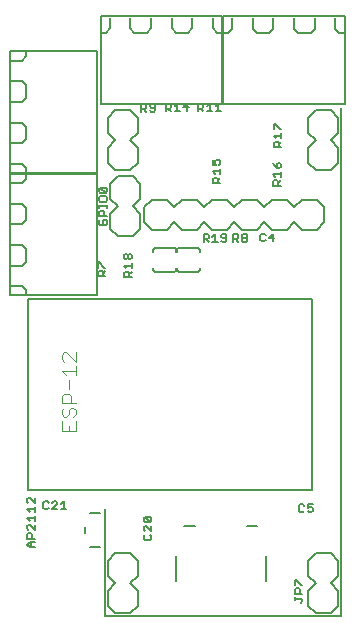
<source format=gto>
G75*
%MOIN*%
%OFA0B0*%
%FSLAX24Y24*%
%IPPOS*%
%LPD*%
%AMOC8*
5,1,8,0,0,1.08239X$1,22.5*
%
%ADD10C,0.0080*%
%ADD11C,0.0060*%
%ADD12C,0.0050*%
%ADD13C,0.0040*%
D10*
X002801Y003634D02*
X002801Y003846D01*
X002951Y004300D02*
X003289Y004300D01*
X003461Y004421D02*
X003461Y000877D01*
X011335Y000877D01*
X011335Y017806D01*
X011448Y017941D02*
X011448Y020855D01*
X007392Y020855D01*
X007392Y017941D01*
X011448Y017941D01*
X010995Y017732D02*
X011245Y017482D01*
X011245Y016982D01*
X010995Y016732D01*
X011245Y016482D01*
X011245Y015982D01*
X010995Y015732D01*
X010495Y015732D01*
X010245Y015982D01*
X010245Y016482D01*
X010495Y016732D01*
X010245Y016982D01*
X010245Y017482D01*
X010495Y017732D01*
X010995Y017732D01*
X011280Y020313D02*
X011142Y020451D01*
X011142Y020796D01*
X011280Y020313D02*
X011418Y020313D01*
X010453Y020451D02*
X010316Y020313D01*
X009902Y020313D01*
X009764Y020451D01*
X009764Y020796D01*
X009076Y020796D02*
X009076Y020451D01*
X008938Y020313D01*
X008524Y020313D01*
X008387Y020451D01*
X008387Y020796D01*
X007698Y020796D02*
X007698Y020451D01*
X007560Y020313D01*
X007422Y020313D01*
X007340Y020316D02*
X007202Y020316D01*
X007065Y020454D01*
X007065Y020799D01*
X007370Y020858D02*
X007370Y017944D01*
X003315Y017944D01*
X003315Y020858D01*
X007370Y020858D01*
X006376Y020799D02*
X006376Y020454D01*
X006238Y020316D01*
X005824Y020316D01*
X005687Y020454D01*
X005687Y020799D01*
X004998Y020799D02*
X004998Y020454D01*
X004860Y020316D01*
X004447Y020316D01*
X004309Y020454D01*
X004309Y020799D01*
X003620Y020799D02*
X003620Y020454D01*
X003482Y020316D01*
X003344Y020316D01*
X003199Y019688D02*
X000285Y019688D01*
X000285Y015632D01*
X003199Y015632D01*
X003199Y019688D01*
X003802Y017732D02*
X004302Y017732D01*
X004552Y017482D01*
X004552Y016982D01*
X004302Y016732D01*
X004552Y016482D01*
X004552Y015982D01*
X004302Y015732D01*
X003802Y015732D01*
X003552Y015982D01*
X003552Y016482D01*
X003802Y016732D01*
X003552Y016982D01*
X003552Y017482D01*
X003802Y017732D01*
X003199Y015608D02*
X000285Y015608D01*
X000285Y011552D01*
X003199Y011552D01*
X003199Y015608D01*
X003640Y015270D02*
X003640Y014770D01*
X003890Y014520D01*
X003640Y014270D01*
X003640Y013770D01*
X003890Y013520D01*
X004390Y013520D01*
X004640Y013770D01*
X004640Y014270D01*
X004390Y014520D01*
X004640Y014770D01*
X004640Y015270D01*
X004390Y015520D01*
X003890Y015520D01*
X003640Y015270D01*
X005145Y013134D02*
X005775Y013134D01*
X005775Y013133D02*
X005791Y013128D01*
X005807Y013120D01*
X005821Y013110D01*
X005833Y013098D01*
X005843Y013083D01*
X005850Y013067D01*
X005854Y013050D01*
X005855Y013033D01*
X005853Y013015D01*
X005847Y013015D02*
X005845Y013033D01*
X005846Y013050D01*
X005850Y013067D01*
X005857Y013083D01*
X005867Y013098D01*
X005879Y013110D01*
X005893Y013120D01*
X005909Y013128D01*
X005925Y013133D01*
X005925Y013134D02*
X006555Y013134D01*
X006555Y013133D02*
X006571Y013128D01*
X006587Y013120D01*
X006601Y013110D01*
X006613Y013098D01*
X006623Y013083D01*
X006630Y013067D01*
X006634Y013050D01*
X006635Y013033D01*
X006633Y013015D01*
X006633Y012465D02*
X006635Y012447D01*
X006634Y012430D01*
X006630Y012413D01*
X006623Y012397D01*
X006613Y012382D01*
X006601Y012370D01*
X006587Y012360D01*
X006571Y012352D01*
X006555Y012347D01*
X006555Y012346D02*
X005925Y012346D01*
X005925Y012347D02*
X005909Y012352D01*
X005893Y012360D01*
X005879Y012370D01*
X005867Y012382D01*
X005857Y012397D01*
X005850Y012413D01*
X005846Y012430D01*
X005845Y012447D01*
X005847Y012465D01*
X005853Y012465D02*
X005855Y012447D01*
X005854Y012430D01*
X005850Y012413D01*
X005843Y012397D01*
X005833Y012382D01*
X005821Y012370D01*
X005807Y012360D01*
X005791Y012352D01*
X005775Y012347D01*
X005775Y012346D02*
X005145Y012346D01*
X005145Y012347D02*
X005129Y012352D01*
X005113Y012360D01*
X005099Y012370D01*
X005087Y012382D01*
X005077Y012397D01*
X005070Y012413D01*
X005066Y012430D01*
X005065Y012447D01*
X005067Y012465D01*
X005067Y013015D02*
X005065Y013033D01*
X005066Y013050D01*
X005070Y013067D01*
X005077Y013083D01*
X005087Y013098D01*
X005099Y013110D01*
X005113Y013120D01*
X005129Y013128D01*
X005145Y013133D01*
X000827Y013098D02*
X000827Y012684D01*
X000689Y012547D01*
X000344Y012547D01*
X000344Y011858D02*
X000689Y011858D01*
X000827Y011720D01*
X000827Y011582D01*
X000827Y013098D02*
X000689Y013236D01*
X000344Y013236D01*
X000344Y013924D02*
X000689Y013924D01*
X000827Y014062D01*
X000827Y014476D01*
X000689Y014613D01*
X000344Y014613D01*
X000344Y015302D02*
X000689Y015302D01*
X000827Y015440D01*
X000827Y015578D01*
X000827Y015662D02*
X000827Y015800D01*
X000689Y015938D01*
X000344Y015938D01*
X000344Y016627D02*
X000689Y016627D01*
X000827Y016764D01*
X000827Y017178D01*
X000689Y017316D01*
X000344Y017316D01*
X000344Y018004D02*
X000689Y018004D01*
X000827Y018142D01*
X000827Y018556D01*
X000689Y018693D01*
X000344Y018693D01*
X000344Y019382D02*
X000689Y019382D01*
X000827Y019520D01*
X000827Y019658D01*
X006100Y003858D02*
X006454Y003858D01*
X005824Y002862D02*
X005824Y002035D01*
X004552Y002218D02*
X004302Y001968D01*
X004552Y001718D01*
X004552Y001218D01*
X004302Y000968D01*
X003802Y000968D01*
X003552Y001218D01*
X003552Y001718D01*
X003802Y001968D01*
X003552Y002218D01*
X003552Y002718D01*
X003802Y002968D01*
X004302Y002968D01*
X004552Y002718D01*
X004552Y002218D01*
X003289Y003180D02*
X002951Y003180D01*
X008186Y003858D02*
X008540Y003858D01*
X008816Y002862D02*
X008816Y002035D01*
X010245Y002218D02*
X010245Y002718D01*
X010495Y002968D01*
X010995Y002968D01*
X011245Y002718D01*
X011245Y002218D01*
X010995Y001968D01*
X011245Y001718D01*
X011245Y001218D01*
X010995Y000968D01*
X010495Y000968D01*
X010245Y001218D01*
X010245Y001718D01*
X010495Y001968D01*
X010245Y002218D01*
X010453Y020451D02*
X010453Y020796D01*
D11*
X000865Y003242D02*
X000952Y003155D01*
X001125Y003155D01*
X000995Y003155D02*
X000995Y003328D01*
X000952Y003328D02*
X001125Y003328D01*
X001125Y003450D02*
X000865Y003450D01*
X000865Y003580D01*
X000908Y003623D01*
X000995Y003623D01*
X001038Y003580D01*
X001038Y003450D01*
X000952Y003328D02*
X000865Y003242D01*
X000908Y003744D02*
X000865Y003788D01*
X000865Y003874D01*
X000908Y003918D01*
X000952Y003918D01*
X001125Y003744D01*
X001125Y003918D01*
X001125Y004039D02*
X001125Y004212D01*
X001125Y004126D02*
X000865Y004126D01*
X000952Y004039D01*
X000952Y004334D02*
X000865Y004420D01*
X001125Y004420D01*
X001125Y004334D02*
X001125Y004507D01*
X001125Y004628D02*
X000952Y004802D01*
X000908Y004802D01*
X000865Y004758D01*
X000865Y004672D01*
X000908Y004628D01*
X001125Y004628D02*
X001125Y004802D01*
X001410Y004647D02*
X001410Y004473D01*
X001453Y004430D01*
X001540Y004430D01*
X001583Y004473D01*
X001705Y004430D02*
X001878Y004603D01*
X001878Y004647D01*
X001835Y004690D01*
X001748Y004690D01*
X001705Y004647D01*
X001583Y004647D02*
X001540Y004690D01*
X001453Y004690D01*
X001410Y004647D01*
X001705Y004430D02*
X001878Y004430D01*
X001999Y004430D02*
X002173Y004430D01*
X002086Y004430D02*
X002086Y004690D01*
X001999Y004603D01*
X004750Y004120D02*
X004750Y004033D01*
X004793Y003990D01*
X004967Y003990D01*
X004793Y004163D01*
X004967Y004163D01*
X005010Y004120D01*
X005010Y004033D01*
X004967Y003990D01*
X005010Y003868D02*
X005010Y003695D01*
X004837Y003868D01*
X004793Y003868D01*
X004750Y003825D01*
X004750Y003738D01*
X004793Y003695D01*
X004793Y003574D02*
X004750Y003530D01*
X004750Y003444D01*
X004793Y003400D01*
X004967Y003400D01*
X005010Y003444D01*
X005010Y003530D01*
X004967Y003574D01*
X004750Y004120D02*
X004793Y004163D01*
X004350Y012170D02*
X004090Y012170D01*
X004090Y012300D01*
X004133Y012343D01*
X004220Y012343D01*
X004263Y012300D01*
X004263Y012170D01*
X004263Y012257D02*
X004350Y012343D01*
X004350Y012465D02*
X004350Y012638D01*
X004350Y012551D02*
X004090Y012551D01*
X004177Y012465D01*
X004177Y012759D02*
X004133Y012759D01*
X004090Y012803D01*
X004090Y012889D01*
X004133Y012933D01*
X004177Y012933D01*
X004220Y012889D01*
X004220Y012803D01*
X004177Y012759D01*
X004220Y012803D02*
X004263Y012759D01*
X004307Y012759D01*
X004350Y012803D01*
X004350Y012889D01*
X004307Y012933D01*
X004263Y012933D01*
X004220Y012889D01*
X005030Y013740D02*
X004780Y013990D01*
X004780Y014490D01*
X005030Y014740D01*
X005530Y014740D01*
X005780Y014490D01*
X006030Y014740D01*
X006530Y014740D01*
X006780Y014490D01*
X007030Y014740D01*
X007530Y014740D01*
X007780Y014490D01*
X008030Y014740D01*
X008530Y014740D01*
X008780Y014490D01*
X009030Y014740D01*
X009530Y014740D01*
X009780Y014490D01*
X010030Y014740D01*
X010530Y014740D01*
X010780Y014490D01*
X010780Y013990D01*
X010530Y013740D01*
X010030Y013740D01*
X009780Y013990D01*
X009530Y013740D01*
X009030Y013740D01*
X008780Y013990D01*
X008530Y013740D01*
X008030Y013740D01*
X007780Y013990D01*
X007530Y013740D01*
X007030Y013740D01*
X006780Y013990D01*
X006530Y013740D01*
X006030Y013740D01*
X005780Y013990D01*
X005530Y013740D01*
X005030Y013740D01*
X003527Y013939D02*
X003527Y014026D01*
X003483Y014069D01*
X003397Y014069D01*
X003397Y013982D01*
X003483Y013896D02*
X003527Y013939D01*
X003483Y013896D02*
X003310Y013896D01*
X003267Y013939D01*
X003267Y014026D01*
X003310Y014069D01*
X003267Y014190D02*
X003267Y014320D01*
X003310Y014364D01*
X003397Y014364D01*
X003440Y014320D01*
X003440Y014190D01*
X003527Y014190D02*
X003267Y014190D01*
X003267Y014485D02*
X003267Y014572D01*
X003267Y014528D02*
X003527Y014528D01*
X003527Y014485D02*
X003527Y014572D01*
X003483Y014681D02*
X003527Y014725D01*
X003527Y014812D01*
X003483Y014855D01*
X003310Y014855D01*
X003267Y014812D01*
X003267Y014725D01*
X003310Y014681D01*
X003483Y014681D01*
X003483Y014976D02*
X003310Y014976D01*
X003267Y015019D01*
X003267Y015106D01*
X003310Y015150D01*
X003483Y014976D01*
X003527Y015019D01*
X003527Y015106D01*
X003483Y015150D01*
X003310Y015150D01*
X003263Y012658D02*
X003220Y012658D01*
X003220Y012485D01*
X003263Y012363D02*
X003220Y012320D01*
X003220Y012190D01*
X003480Y012190D01*
X003393Y012190D02*
X003393Y012320D01*
X003350Y012363D01*
X003263Y012363D01*
X003393Y012277D02*
X003480Y012363D01*
X003480Y012485D02*
X003437Y012485D01*
X003263Y012658D01*
X004661Y017684D02*
X004661Y017944D01*
X004791Y017944D01*
X004834Y017900D01*
X004834Y017814D01*
X004791Y017770D01*
X004661Y017770D01*
X004748Y017770D02*
X004834Y017684D01*
X004956Y017727D02*
X004999Y017684D01*
X005086Y017684D01*
X005129Y017727D01*
X005129Y017900D01*
X005086Y017944D01*
X004999Y017944D01*
X004956Y017900D01*
X004956Y017857D01*
X004999Y017814D01*
X005129Y017814D01*
X005490Y017777D02*
X005620Y017777D01*
X005663Y017820D01*
X005663Y017907D01*
X005620Y017950D01*
X005490Y017950D01*
X005490Y017690D01*
X005577Y017777D02*
X005663Y017690D01*
X005785Y017690D02*
X005958Y017690D01*
X005871Y017690D02*
X005871Y017950D01*
X005785Y017863D01*
X006079Y017820D02*
X006253Y017820D01*
X006209Y017690D02*
X006209Y017950D01*
X006079Y017820D01*
X006570Y017777D02*
X006700Y017777D01*
X006743Y017820D01*
X006743Y017907D01*
X006700Y017950D01*
X006570Y017950D01*
X006570Y017690D01*
X006657Y017777D02*
X006743Y017690D01*
X006865Y017690D02*
X007038Y017690D01*
X006951Y017690D02*
X006951Y017950D01*
X006865Y017863D01*
X007159Y017863D02*
X007246Y017950D01*
X007246Y017690D01*
X007159Y017690D02*
X007333Y017690D01*
X007267Y016069D02*
X007180Y016069D01*
X007137Y016025D01*
X007137Y015982D01*
X007180Y015895D01*
X007050Y015895D01*
X007050Y016069D01*
X007267Y016069D02*
X007310Y016025D01*
X007310Y015939D01*
X007267Y015895D01*
X007310Y015774D02*
X007310Y015601D01*
X007310Y015687D02*
X007050Y015687D01*
X007137Y015601D01*
X007093Y015480D02*
X007180Y015480D01*
X007223Y015436D01*
X007223Y015306D01*
X007223Y015393D02*
X007310Y015480D01*
X007310Y015306D02*
X007050Y015306D01*
X007050Y015436D01*
X007093Y015480D01*
X007131Y013600D02*
X007045Y013513D01*
X007131Y013600D02*
X007131Y013340D01*
X007045Y013340D02*
X007218Y013340D01*
X007339Y013383D02*
X007383Y013340D01*
X007469Y013340D01*
X007513Y013383D01*
X007513Y013557D01*
X007469Y013600D01*
X007383Y013600D01*
X007339Y013557D01*
X007339Y013513D01*
X007383Y013470D01*
X007513Y013470D01*
X007740Y013427D02*
X007870Y013427D01*
X007913Y013470D01*
X007913Y013557D01*
X007870Y013600D01*
X007740Y013600D01*
X007740Y013340D01*
X007827Y013427D02*
X007913Y013340D01*
X008035Y013383D02*
X008035Y013427D01*
X008078Y013470D01*
X008165Y013470D01*
X008208Y013427D01*
X008208Y013383D01*
X008165Y013340D01*
X008078Y013340D01*
X008035Y013383D01*
X008078Y013470D02*
X008035Y013513D01*
X008035Y013557D01*
X008078Y013600D01*
X008165Y013600D01*
X008208Y013557D01*
X008208Y013513D01*
X008165Y013470D01*
X008642Y013397D02*
X008685Y013354D01*
X008772Y013354D01*
X008816Y013397D01*
X008937Y013484D02*
X009110Y013484D01*
X009067Y013354D02*
X009067Y013614D01*
X008937Y013484D01*
X008816Y013571D02*
X008772Y013614D01*
X008685Y013614D01*
X008642Y013571D01*
X008642Y013397D01*
X009060Y015216D02*
X009060Y015346D01*
X009103Y015390D01*
X009190Y015390D01*
X009233Y015346D01*
X009233Y015216D01*
X009233Y015303D02*
X009320Y015390D01*
X009320Y015511D02*
X009320Y015684D01*
X009320Y015598D02*
X009060Y015598D01*
X009147Y015511D01*
X009060Y015216D02*
X009320Y015216D01*
X009277Y015806D02*
X009190Y015806D01*
X009190Y015936D01*
X009233Y015979D01*
X009277Y015979D01*
X009320Y015936D01*
X009320Y015849D01*
X009277Y015806D01*
X009190Y015806D02*
X009103Y015892D01*
X009060Y015979D01*
X009087Y016503D02*
X009087Y016633D01*
X009130Y016676D01*
X009217Y016676D01*
X009260Y016633D01*
X009260Y016503D01*
X009260Y016590D02*
X009347Y016676D01*
X009347Y016797D02*
X009347Y016971D01*
X009347Y016884D02*
X009087Y016884D01*
X009173Y016797D01*
X009087Y016503D02*
X009347Y016503D01*
X009347Y017092D02*
X009304Y017092D01*
X009130Y017266D01*
X009087Y017266D01*
X009087Y017092D01*
X006880Y013600D02*
X006923Y013557D01*
X006923Y013470D01*
X006880Y013427D01*
X006750Y013427D01*
X006837Y013427D02*
X006923Y013340D01*
X006880Y013600D02*
X006750Y013600D01*
X006750Y013340D01*
X009963Y004586D02*
X009920Y004543D01*
X009920Y004369D01*
X009963Y004326D01*
X010050Y004326D01*
X010093Y004369D01*
X010214Y004369D02*
X010258Y004326D01*
X010345Y004326D01*
X010388Y004369D01*
X010388Y004456D01*
X010345Y004499D01*
X010301Y004499D01*
X010214Y004456D01*
X010214Y004586D01*
X010388Y004586D01*
X010093Y004543D02*
X010050Y004586D01*
X009963Y004586D01*
X009828Y002081D02*
X010001Y001907D01*
X010045Y001907D01*
X009915Y001786D02*
X009958Y001743D01*
X009958Y001613D01*
X010045Y001613D02*
X009785Y001613D01*
X009785Y001743D01*
X009828Y001786D01*
X009915Y001786D01*
X009785Y001907D02*
X009785Y002081D01*
X009828Y002081D01*
X009785Y001491D02*
X009785Y001405D01*
X009785Y001448D02*
X010001Y001448D01*
X010045Y001405D01*
X010045Y001361D01*
X010001Y001318D01*
D12*
X010380Y005060D02*
X000892Y005060D01*
X000892Y011438D01*
X010380Y011438D01*
X010380Y005060D01*
D13*
X002486Y007049D02*
X002486Y007355D01*
X002409Y007509D02*
X002486Y007586D01*
X002486Y007739D01*
X002409Y007816D01*
X002333Y007816D01*
X002256Y007739D01*
X002256Y007586D01*
X002179Y007509D01*
X002102Y007509D01*
X002026Y007586D01*
X002026Y007739D01*
X002102Y007816D01*
X002026Y007969D02*
X002026Y008199D01*
X002102Y008276D01*
X002256Y008276D01*
X002333Y008199D01*
X002333Y007969D01*
X002486Y007969D02*
X002026Y007969D01*
X002256Y008430D02*
X002256Y008737D01*
X002179Y008890D02*
X002026Y009044D01*
X002486Y009044D01*
X002486Y009197D02*
X002486Y008890D01*
X002486Y009350D02*
X002179Y009657D01*
X002102Y009657D01*
X002026Y009581D01*
X002026Y009427D01*
X002102Y009350D01*
X002486Y009350D02*
X002486Y009657D01*
X002026Y007355D02*
X002026Y007049D01*
X002486Y007049D01*
X002256Y007049D02*
X002256Y007202D01*
M02*

</source>
